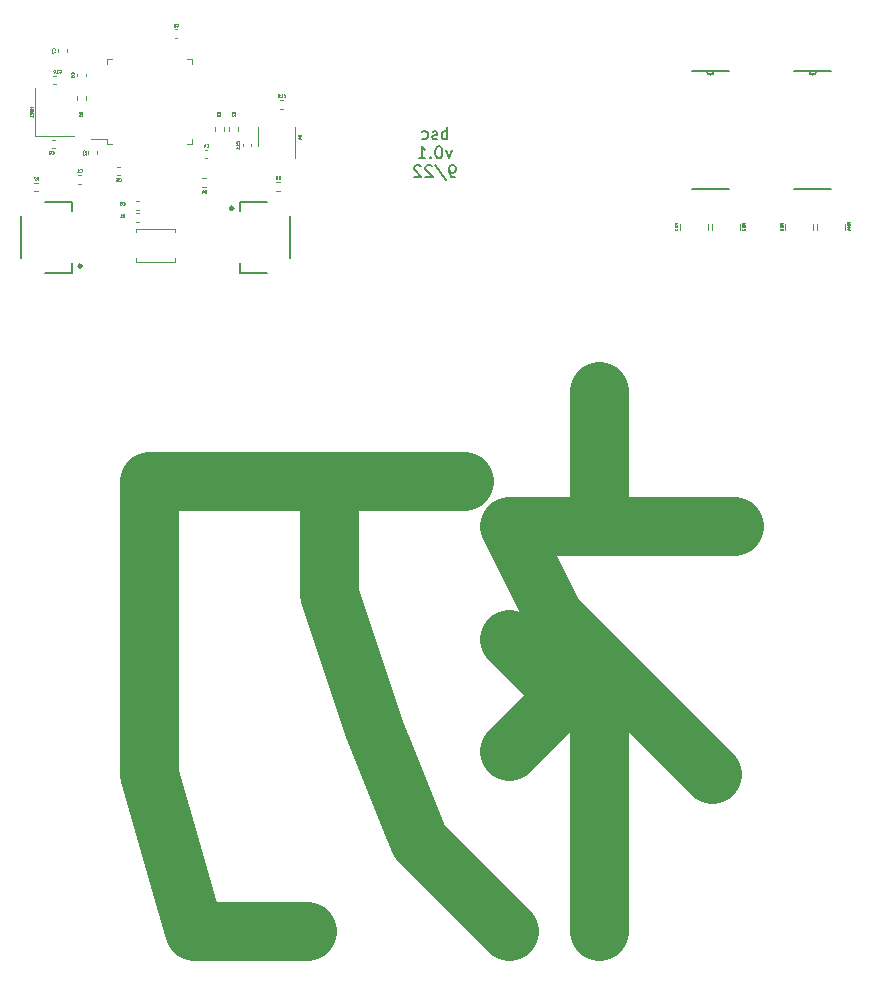
<source format=gbr>
%TF.GenerationSoftware,KiCad,Pcbnew,(6.0.7)*%
%TF.CreationDate,2022-09-25T11:51:51-07:00*%
%TF.ProjectId,ModularKeyboard_Main,4d6f6475-6c61-4724-9b65-79626f617264,0.1*%
%TF.SameCoordinates,Original*%
%TF.FileFunction,Legend,Bot*%
%TF.FilePolarity,Positive*%
%FSLAX46Y46*%
G04 Gerber Fmt 4.6, Leading zero omitted, Abs format (unit mm)*
G04 Created by KiCad (PCBNEW (6.0.7)) date 2022-09-25 11:51:51*
%MOMM*%
%LPD*%
G01*
G04 APERTURE LIST*
%ADD10C,0.150000*%
%ADD11C,5.000000*%
%ADD12C,0.062500*%
%ADD13C,0.120000*%
%ADD14C,0.152400*%
%ADD15C,0.127000*%
%ADD16C,0.300000*%
G04 APERTURE END LIST*
D10*
X178322619Y-64942380D02*
X178322619Y-63942380D01*
X178322619Y-64323333D02*
X178227380Y-64275714D01*
X178036904Y-64275714D01*
X177941666Y-64323333D01*
X177894047Y-64370952D01*
X177846428Y-64466190D01*
X177846428Y-64751904D01*
X177894047Y-64847142D01*
X177941666Y-64894761D01*
X178036904Y-64942380D01*
X178227380Y-64942380D01*
X178322619Y-64894761D01*
X177465476Y-64894761D02*
X177370238Y-64942380D01*
X177179761Y-64942380D01*
X177084523Y-64894761D01*
X177036904Y-64799523D01*
X177036904Y-64751904D01*
X177084523Y-64656666D01*
X177179761Y-64609047D01*
X177322619Y-64609047D01*
X177417857Y-64561428D01*
X177465476Y-64466190D01*
X177465476Y-64418571D01*
X177417857Y-64323333D01*
X177322619Y-64275714D01*
X177179761Y-64275714D01*
X177084523Y-64323333D01*
X176179761Y-64894761D02*
X176275000Y-64942380D01*
X176465476Y-64942380D01*
X176560714Y-64894761D01*
X176608333Y-64847142D01*
X176655952Y-64751904D01*
X176655952Y-64466190D01*
X176608333Y-64370952D01*
X176560714Y-64323333D01*
X176465476Y-64275714D01*
X176275000Y-64275714D01*
X176179761Y-64323333D01*
X178703571Y-65885714D02*
X178465476Y-66552380D01*
X178227380Y-65885714D01*
X177655952Y-65552380D02*
X177560714Y-65552380D01*
X177465476Y-65600000D01*
X177417857Y-65647619D01*
X177370238Y-65742857D01*
X177322619Y-65933333D01*
X177322619Y-66171428D01*
X177370238Y-66361904D01*
X177417857Y-66457142D01*
X177465476Y-66504761D01*
X177560714Y-66552380D01*
X177655952Y-66552380D01*
X177751190Y-66504761D01*
X177798809Y-66457142D01*
X177846428Y-66361904D01*
X177894047Y-66171428D01*
X177894047Y-65933333D01*
X177846428Y-65742857D01*
X177798809Y-65647619D01*
X177751190Y-65600000D01*
X177655952Y-65552380D01*
X176894047Y-66457142D02*
X176846428Y-66504761D01*
X176894047Y-66552380D01*
X176941666Y-66504761D01*
X176894047Y-66457142D01*
X176894047Y-66552380D01*
X175894047Y-66552380D02*
X176465476Y-66552380D01*
X176179761Y-66552380D02*
X176179761Y-65552380D01*
X176275000Y-65695238D01*
X176370238Y-65790476D01*
X176465476Y-65838095D01*
X178941666Y-68162380D02*
X178751190Y-68162380D01*
X178655952Y-68114761D01*
X178608333Y-68067142D01*
X178513095Y-67924285D01*
X178465476Y-67733809D01*
X178465476Y-67352857D01*
X178513095Y-67257619D01*
X178560714Y-67210000D01*
X178655952Y-67162380D01*
X178846428Y-67162380D01*
X178941666Y-67210000D01*
X178989285Y-67257619D01*
X179036904Y-67352857D01*
X179036904Y-67590952D01*
X178989285Y-67686190D01*
X178941666Y-67733809D01*
X178846428Y-67781428D01*
X178655952Y-67781428D01*
X178560714Y-67733809D01*
X178513095Y-67686190D01*
X178465476Y-67590952D01*
X177322619Y-67114761D02*
X178179761Y-68400476D01*
X177036904Y-67257619D02*
X176989285Y-67210000D01*
X176894047Y-67162380D01*
X176655952Y-67162380D01*
X176560714Y-67210000D01*
X176513095Y-67257619D01*
X176465476Y-67352857D01*
X176465476Y-67448095D01*
X176513095Y-67590952D01*
X177084523Y-68162380D01*
X176465476Y-68162380D01*
X176084523Y-67257619D02*
X176036904Y-67210000D01*
X175941666Y-67162380D01*
X175703571Y-67162380D01*
X175608333Y-67210000D01*
X175560714Y-67257619D01*
X175513095Y-67352857D01*
X175513095Y-67448095D01*
X175560714Y-67590952D01*
X176132142Y-68162380D01*
X175513095Y-68162380D01*
D11*
X191185714Y-86280952D02*
X191185714Y-95804761D01*
X191185714Y-109138095D02*
X191185714Y-131995238D01*
X191185714Y-109138095D02*
X183566666Y-116757142D01*
X183566666Y-107233333D02*
X187376190Y-111042857D01*
X202614285Y-97709523D02*
X183566666Y-97709523D01*
X187376190Y-105328571D01*
X200709523Y-118661904D01*
X168328571Y-93900000D02*
X168328571Y-103423809D01*
X172138095Y-114852380D01*
X175947619Y-124376190D01*
X183566666Y-131995238D01*
X179757142Y-93900000D02*
X153090476Y-93900000D01*
X153090476Y-118661904D01*
X156900000Y-131995238D01*
X166423809Y-131995238D01*
D12*
%TO.C,RN4*%
X212413095Y-72127380D02*
X212294047Y-72044047D01*
X212413095Y-71984523D02*
X212163095Y-71984523D01*
X212163095Y-72079761D01*
X212175000Y-72103571D01*
X212186904Y-72115476D01*
X212210714Y-72127380D01*
X212246428Y-72127380D01*
X212270238Y-72115476D01*
X212282142Y-72103571D01*
X212294047Y-72079761D01*
X212294047Y-71984523D01*
X212413095Y-72234523D02*
X212163095Y-72234523D01*
X212413095Y-72377380D01*
X212163095Y-72377380D01*
X212246428Y-72603571D02*
X212413095Y-72603571D01*
X212151190Y-72544047D02*
X212329761Y-72484523D01*
X212329761Y-72639285D01*
%TO.C,C7*%
X145089285Y-57408333D02*
X145101190Y-57396428D01*
X145113095Y-57360714D01*
X145113095Y-57336904D01*
X145101190Y-57301190D01*
X145077380Y-57277380D01*
X145053571Y-57265476D01*
X145005952Y-57253571D01*
X144970238Y-57253571D01*
X144922619Y-57265476D01*
X144898809Y-57277380D01*
X144875000Y-57301190D01*
X144863095Y-57336904D01*
X144863095Y-57360714D01*
X144875000Y-57396428D01*
X144886904Y-57408333D01*
X144863095Y-57491666D02*
X144863095Y-57658333D01*
X145113095Y-57551190D01*
%TO.C,R5*%
X147413095Y-62758333D02*
X147294047Y-62675000D01*
X147413095Y-62615476D02*
X147163095Y-62615476D01*
X147163095Y-62710714D01*
X147175000Y-62734523D01*
X147186904Y-62746428D01*
X147210714Y-62758333D01*
X147246428Y-62758333D01*
X147270238Y-62746428D01*
X147282142Y-62734523D01*
X147294047Y-62710714D01*
X147294047Y-62615476D01*
X147163095Y-62984523D02*
X147163095Y-62865476D01*
X147282142Y-62853571D01*
X147270238Y-62865476D01*
X147258333Y-62889285D01*
X147258333Y-62948809D01*
X147270238Y-62972619D01*
X147282142Y-62984523D01*
X147305952Y-62996428D01*
X147365476Y-62996428D01*
X147389285Y-62984523D01*
X147401190Y-62972619D01*
X147413095Y-62948809D01*
X147413095Y-62889285D01*
X147401190Y-62865476D01*
X147389285Y-62853571D01*
%TO.C,U4*%
X165663095Y-64559523D02*
X165865476Y-64559523D01*
X165889285Y-64571428D01*
X165901190Y-64583333D01*
X165913095Y-64607142D01*
X165913095Y-64654761D01*
X165901190Y-64678571D01*
X165889285Y-64690476D01*
X165865476Y-64702380D01*
X165663095Y-64702380D01*
X165746428Y-64928571D02*
X165913095Y-64928571D01*
X165651190Y-64869047D02*
X165829761Y-64809523D01*
X165829761Y-64964285D01*
%TO.C,C8*%
X150841666Y-70489285D02*
X150853571Y-70501190D01*
X150889285Y-70513095D01*
X150913095Y-70513095D01*
X150948809Y-70501190D01*
X150972619Y-70477380D01*
X150984523Y-70453571D01*
X150996428Y-70405952D01*
X150996428Y-70370238D01*
X150984523Y-70322619D01*
X150972619Y-70298809D01*
X150948809Y-70275000D01*
X150913095Y-70263095D01*
X150889285Y-70263095D01*
X150853571Y-70275000D01*
X150841666Y-70286904D01*
X150698809Y-70370238D02*
X150722619Y-70358333D01*
X150734523Y-70346428D01*
X150746428Y-70322619D01*
X150746428Y-70310714D01*
X150734523Y-70286904D01*
X150722619Y-70275000D01*
X150698809Y-70263095D01*
X150651190Y-70263095D01*
X150627380Y-70275000D01*
X150615476Y-70286904D01*
X150603571Y-70310714D01*
X150603571Y-70322619D01*
X150615476Y-70346428D01*
X150627380Y-70358333D01*
X150651190Y-70370238D01*
X150698809Y-70370238D01*
X150722619Y-70382142D01*
X150734523Y-70394047D01*
X150746428Y-70417857D01*
X150746428Y-70465476D01*
X150734523Y-70489285D01*
X150722619Y-70501190D01*
X150698809Y-70513095D01*
X150651190Y-70513095D01*
X150627380Y-70501190D01*
X150615476Y-70489285D01*
X150603571Y-70465476D01*
X150603571Y-70417857D01*
X150615476Y-70394047D01*
X150627380Y-70382142D01*
X150651190Y-70370238D01*
%TO.C,C3*%
X155391666Y-55389285D02*
X155403571Y-55401190D01*
X155439285Y-55413095D01*
X155463095Y-55413095D01*
X155498809Y-55401190D01*
X155522619Y-55377380D01*
X155534523Y-55353571D01*
X155546428Y-55305952D01*
X155546428Y-55270238D01*
X155534523Y-55222619D01*
X155522619Y-55198809D01*
X155498809Y-55175000D01*
X155463095Y-55163095D01*
X155439285Y-55163095D01*
X155403571Y-55175000D01*
X155391666Y-55186904D01*
X155308333Y-55163095D02*
X155153571Y-55163095D01*
X155236904Y-55258333D01*
X155201190Y-55258333D01*
X155177380Y-55270238D01*
X155165476Y-55282142D01*
X155153571Y-55305952D01*
X155153571Y-55365476D01*
X155165476Y-55389285D01*
X155177380Y-55401190D01*
X155201190Y-55413095D01*
X155272619Y-55413095D01*
X155296428Y-55401190D01*
X155308333Y-55389285D01*
%TO.C,R1*%
X150841666Y-71513095D02*
X150925000Y-71394047D01*
X150984523Y-71513095D02*
X150984523Y-71263095D01*
X150889285Y-71263095D01*
X150865476Y-71275000D01*
X150853571Y-71286904D01*
X150841666Y-71310714D01*
X150841666Y-71346428D01*
X150853571Y-71370238D01*
X150865476Y-71382142D01*
X150889285Y-71394047D01*
X150984523Y-71394047D01*
X150603571Y-71513095D02*
X150746428Y-71513095D01*
X150675000Y-71513095D02*
X150675000Y-71263095D01*
X150698809Y-71298809D01*
X150722619Y-71322619D01*
X150746428Y-71334523D01*
%TO.C,C2*%
X147689285Y-66058333D02*
X147701190Y-66046428D01*
X147713095Y-66010714D01*
X147713095Y-65986904D01*
X147701190Y-65951190D01*
X147677380Y-65927380D01*
X147653571Y-65915476D01*
X147605952Y-65903571D01*
X147570238Y-65903571D01*
X147522619Y-65915476D01*
X147498809Y-65927380D01*
X147475000Y-65951190D01*
X147463095Y-65986904D01*
X147463095Y-66010714D01*
X147475000Y-66046428D01*
X147486904Y-66058333D01*
X147486904Y-66153571D02*
X147475000Y-66165476D01*
X147463095Y-66189285D01*
X147463095Y-66248809D01*
X147475000Y-66272619D01*
X147486904Y-66284523D01*
X147510714Y-66296428D01*
X147534523Y-66296428D01*
X147570238Y-66284523D01*
X147713095Y-66141666D01*
X147713095Y-66296428D01*
%TO.C,HSE1*%
X143213095Y-62227380D02*
X142963095Y-62227380D01*
X143082142Y-62227380D02*
X143082142Y-62370238D01*
X143213095Y-62370238D02*
X142963095Y-62370238D01*
X143201190Y-62477380D02*
X143213095Y-62513095D01*
X143213095Y-62572619D01*
X143201190Y-62596428D01*
X143189285Y-62608333D01*
X143165476Y-62620238D01*
X143141666Y-62620238D01*
X143117857Y-62608333D01*
X143105952Y-62596428D01*
X143094047Y-62572619D01*
X143082142Y-62525000D01*
X143070238Y-62501190D01*
X143058333Y-62489285D01*
X143034523Y-62477380D01*
X143010714Y-62477380D01*
X142986904Y-62489285D01*
X142975000Y-62501190D01*
X142963095Y-62525000D01*
X142963095Y-62584523D01*
X142975000Y-62620238D01*
X143082142Y-62727380D02*
X143082142Y-62810714D01*
X143213095Y-62846428D02*
X143213095Y-62727380D01*
X142963095Y-62727380D01*
X142963095Y-62846428D01*
X143213095Y-63084523D02*
X143213095Y-62941666D01*
X143213095Y-63013095D02*
X142963095Y-63013095D01*
X142998809Y-62989285D01*
X143022619Y-62965476D01*
X143034523Y-62941666D01*
%TO.C,C11*%
X160689285Y-65289285D02*
X160701190Y-65277380D01*
X160713095Y-65241666D01*
X160713095Y-65217857D01*
X160701190Y-65182142D01*
X160677380Y-65158333D01*
X160653571Y-65146428D01*
X160605952Y-65134523D01*
X160570238Y-65134523D01*
X160522619Y-65146428D01*
X160498809Y-65158333D01*
X160475000Y-65182142D01*
X160463095Y-65217857D01*
X160463095Y-65241666D01*
X160475000Y-65277380D01*
X160486904Y-65289285D01*
X160713095Y-65527380D02*
X160713095Y-65384523D01*
X160713095Y-65455952D02*
X160463095Y-65455952D01*
X160498809Y-65432142D01*
X160522619Y-65408333D01*
X160534523Y-65384523D01*
X160713095Y-65765476D02*
X160713095Y-65622619D01*
X160713095Y-65694047D02*
X160463095Y-65694047D01*
X160498809Y-65670238D01*
X160522619Y-65646428D01*
X160534523Y-65622619D01*
%TO.C,C10*%
X145460714Y-59289285D02*
X145472619Y-59301190D01*
X145508333Y-59313095D01*
X145532142Y-59313095D01*
X145567857Y-59301190D01*
X145591666Y-59277380D01*
X145603571Y-59253571D01*
X145615476Y-59205952D01*
X145615476Y-59170238D01*
X145603571Y-59122619D01*
X145591666Y-59098809D01*
X145567857Y-59075000D01*
X145532142Y-59063095D01*
X145508333Y-59063095D01*
X145472619Y-59075000D01*
X145460714Y-59086904D01*
X145222619Y-59313095D02*
X145365476Y-59313095D01*
X145294047Y-59313095D02*
X145294047Y-59063095D01*
X145317857Y-59098809D01*
X145341666Y-59122619D01*
X145365476Y-59134523D01*
X145067857Y-59063095D02*
X145044047Y-59063095D01*
X145020238Y-59075000D01*
X145008333Y-59086904D01*
X144996428Y-59110714D01*
X144984523Y-59158333D01*
X144984523Y-59217857D01*
X144996428Y-59265476D01*
X145008333Y-59289285D01*
X145020238Y-59301190D01*
X145044047Y-59313095D01*
X145067857Y-59313095D01*
X145091666Y-59301190D01*
X145103571Y-59289285D01*
X145115476Y-59265476D01*
X145127380Y-59217857D01*
X145127380Y-59158333D01*
X145115476Y-59110714D01*
X145103571Y-59086904D01*
X145091666Y-59075000D01*
X145067857Y-59063095D01*
%TO.C,RN2*%
X203513095Y-72177380D02*
X203394047Y-72094047D01*
X203513095Y-72034523D02*
X203263095Y-72034523D01*
X203263095Y-72129761D01*
X203275000Y-72153571D01*
X203286904Y-72165476D01*
X203310714Y-72177380D01*
X203346428Y-72177380D01*
X203370238Y-72165476D01*
X203382142Y-72153571D01*
X203394047Y-72129761D01*
X203394047Y-72034523D01*
X203513095Y-72284523D02*
X203263095Y-72284523D01*
X203513095Y-72427380D01*
X203263095Y-72427380D01*
X203286904Y-72534523D02*
X203275000Y-72546428D01*
X203263095Y-72570238D01*
X203263095Y-72629761D01*
X203275000Y-72653571D01*
X203286904Y-72665476D01*
X203310714Y-72677380D01*
X203334523Y-72677380D01*
X203370238Y-72665476D01*
X203513095Y-72522619D01*
X203513095Y-72677380D01*
%TO.C,C12*%
X164460714Y-61389285D02*
X164472619Y-61401190D01*
X164508333Y-61413095D01*
X164532142Y-61413095D01*
X164567857Y-61401190D01*
X164591666Y-61377380D01*
X164603571Y-61353571D01*
X164615476Y-61305952D01*
X164615476Y-61270238D01*
X164603571Y-61222619D01*
X164591666Y-61198809D01*
X164567857Y-61175000D01*
X164532142Y-61163095D01*
X164508333Y-61163095D01*
X164472619Y-61175000D01*
X164460714Y-61186904D01*
X164222619Y-61413095D02*
X164365476Y-61413095D01*
X164294047Y-61413095D02*
X164294047Y-61163095D01*
X164317857Y-61198809D01*
X164341666Y-61222619D01*
X164365476Y-61234523D01*
X164127380Y-61186904D02*
X164115476Y-61175000D01*
X164091666Y-61163095D01*
X164032142Y-61163095D01*
X164008333Y-61175000D01*
X163996428Y-61186904D01*
X163984523Y-61210714D01*
X163984523Y-61234523D01*
X163996428Y-61270238D01*
X164139285Y-61413095D01*
X163984523Y-61413095D01*
%TO.C,C5*%
X150541666Y-68489285D02*
X150553571Y-68501190D01*
X150589285Y-68513095D01*
X150613095Y-68513095D01*
X150648809Y-68501190D01*
X150672619Y-68477380D01*
X150684523Y-68453571D01*
X150696428Y-68405952D01*
X150696428Y-68370238D01*
X150684523Y-68322619D01*
X150672619Y-68298809D01*
X150648809Y-68275000D01*
X150613095Y-68263095D01*
X150589285Y-68263095D01*
X150553571Y-68275000D01*
X150541666Y-68286904D01*
X150315476Y-68263095D02*
X150434523Y-68263095D01*
X150446428Y-68382142D01*
X150434523Y-68370238D01*
X150410714Y-68358333D01*
X150351190Y-68358333D01*
X150327380Y-68370238D01*
X150315476Y-68382142D01*
X150303571Y-68405952D01*
X150303571Y-68465476D01*
X150315476Y-68489285D01*
X150327380Y-68501190D01*
X150351190Y-68513095D01*
X150410714Y-68513095D01*
X150434523Y-68501190D01*
X150446428Y-68489285D01*
%TO.C,RN3*%
X206713095Y-72177380D02*
X206594047Y-72094047D01*
X206713095Y-72034523D02*
X206463095Y-72034523D01*
X206463095Y-72129761D01*
X206475000Y-72153571D01*
X206486904Y-72165476D01*
X206510714Y-72177380D01*
X206546428Y-72177380D01*
X206570238Y-72165476D01*
X206582142Y-72153571D01*
X206594047Y-72129761D01*
X206594047Y-72034523D01*
X206713095Y-72284523D02*
X206463095Y-72284523D01*
X206713095Y-72427380D01*
X206463095Y-72427380D01*
X206463095Y-72522619D02*
X206463095Y-72677380D01*
X206558333Y-72594047D01*
X206558333Y-72629761D01*
X206570238Y-72653571D01*
X206582142Y-72665476D01*
X206605952Y-72677380D01*
X206665476Y-72677380D01*
X206689285Y-72665476D01*
X206701190Y-72653571D01*
X206713095Y-72629761D01*
X206713095Y-72558333D01*
X206701190Y-72534523D01*
X206689285Y-72522619D01*
%TO.C,C1*%
X147241666Y-67689285D02*
X147253571Y-67701190D01*
X147289285Y-67713095D01*
X147313095Y-67713095D01*
X147348809Y-67701190D01*
X147372619Y-67677380D01*
X147384523Y-67653571D01*
X147396428Y-67605952D01*
X147396428Y-67570238D01*
X147384523Y-67522619D01*
X147372619Y-67498809D01*
X147348809Y-67475000D01*
X147313095Y-67463095D01*
X147289285Y-67463095D01*
X147253571Y-67475000D01*
X147241666Y-67486904D01*
X147003571Y-67713095D02*
X147146428Y-67713095D01*
X147075000Y-67713095D02*
X147075000Y-67463095D01*
X147098809Y-67498809D01*
X147122619Y-67522619D01*
X147146428Y-67534523D01*
%TO.C,R2*%
X160313095Y-62758333D02*
X160194047Y-62675000D01*
X160313095Y-62615476D02*
X160063095Y-62615476D01*
X160063095Y-62710714D01*
X160075000Y-62734523D01*
X160086904Y-62746428D01*
X160110714Y-62758333D01*
X160146428Y-62758333D01*
X160170238Y-62746428D01*
X160182142Y-62734523D01*
X160194047Y-62710714D01*
X160194047Y-62615476D01*
X160086904Y-62853571D02*
X160075000Y-62865476D01*
X160063095Y-62889285D01*
X160063095Y-62948809D01*
X160075000Y-62972619D01*
X160086904Y-62984523D01*
X160110714Y-62996428D01*
X160134523Y-62996428D01*
X160170238Y-62984523D01*
X160313095Y-62841666D01*
X160313095Y-62996428D01*
%TO.C,R6*%
X164041666Y-68313095D02*
X164125000Y-68194047D01*
X164184523Y-68313095D02*
X164184523Y-68063095D01*
X164089285Y-68063095D01*
X164065476Y-68075000D01*
X164053571Y-68086904D01*
X164041666Y-68110714D01*
X164041666Y-68146428D01*
X164053571Y-68170238D01*
X164065476Y-68182142D01*
X164089285Y-68194047D01*
X164184523Y-68194047D01*
X163827380Y-68063095D02*
X163875000Y-68063095D01*
X163898809Y-68075000D01*
X163910714Y-68086904D01*
X163934523Y-68122619D01*
X163946428Y-68170238D01*
X163946428Y-68265476D01*
X163934523Y-68289285D01*
X163922619Y-68301190D01*
X163898809Y-68313095D01*
X163851190Y-68313095D01*
X163827380Y-68301190D01*
X163815476Y-68289285D01*
X163803571Y-68265476D01*
X163803571Y-68205952D01*
X163815476Y-68182142D01*
X163827380Y-68170238D01*
X163851190Y-68158333D01*
X163898809Y-68158333D01*
X163922619Y-68170238D01*
X163934523Y-68182142D01*
X163946428Y-68205952D01*
%TO.C,C6*%
X146689285Y-59458333D02*
X146701190Y-59446428D01*
X146713095Y-59410714D01*
X146713095Y-59386904D01*
X146701190Y-59351190D01*
X146677380Y-59327380D01*
X146653571Y-59315476D01*
X146605952Y-59303571D01*
X146570238Y-59303571D01*
X146522619Y-59315476D01*
X146498809Y-59327380D01*
X146475000Y-59351190D01*
X146463095Y-59386904D01*
X146463095Y-59410714D01*
X146475000Y-59446428D01*
X146486904Y-59458333D01*
X146463095Y-59672619D02*
X146463095Y-59625000D01*
X146475000Y-59601190D01*
X146486904Y-59589285D01*
X146522619Y-59565476D01*
X146570238Y-59553571D01*
X146665476Y-59553571D01*
X146689285Y-59565476D01*
X146701190Y-59577380D01*
X146713095Y-59601190D01*
X146713095Y-59648809D01*
X146701190Y-59672619D01*
X146689285Y-59684523D01*
X146665476Y-59696428D01*
X146605952Y-59696428D01*
X146582142Y-59684523D01*
X146570238Y-59672619D01*
X146558333Y-59648809D01*
X146558333Y-59601190D01*
X146570238Y-59577380D01*
X146582142Y-59565476D01*
X146605952Y-59553571D01*
%TO.C,R3*%
X159113095Y-62758333D02*
X158994047Y-62675000D01*
X159113095Y-62615476D02*
X158863095Y-62615476D01*
X158863095Y-62710714D01*
X158875000Y-62734523D01*
X158886904Y-62746428D01*
X158910714Y-62758333D01*
X158946428Y-62758333D01*
X158970238Y-62746428D01*
X158982142Y-62734523D01*
X158994047Y-62710714D01*
X158994047Y-62615476D01*
X158863095Y-62841666D02*
X158863095Y-62996428D01*
X158958333Y-62913095D01*
X158958333Y-62948809D01*
X158970238Y-62972619D01*
X158982142Y-62984523D01*
X159005952Y-62996428D01*
X159065476Y-62996428D01*
X159089285Y-62984523D01*
X159101190Y-62972619D01*
X159113095Y-62948809D01*
X159113095Y-62877380D01*
X159101190Y-62853571D01*
X159089285Y-62841666D01*
%TO.C,R4*%
X157791666Y-69513095D02*
X157875000Y-69394047D01*
X157934523Y-69513095D02*
X157934523Y-69263095D01*
X157839285Y-69263095D01*
X157815476Y-69275000D01*
X157803571Y-69286904D01*
X157791666Y-69310714D01*
X157791666Y-69346428D01*
X157803571Y-69370238D01*
X157815476Y-69382142D01*
X157839285Y-69394047D01*
X157934523Y-69394047D01*
X157577380Y-69346428D02*
X157577380Y-69513095D01*
X157636904Y-69251190D02*
X157696428Y-69429761D01*
X157541666Y-69429761D01*
%TO.C,C9*%
X144841666Y-66189285D02*
X144853571Y-66201190D01*
X144889285Y-66213095D01*
X144913095Y-66213095D01*
X144948809Y-66201190D01*
X144972619Y-66177380D01*
X144984523Y-66153571D01*
X144996428Y-66105952D01*
X144996428Y-66070238D01*
X144984523Y-66022619D01*
X144972619Y-65998809D01*
X144948809Y-65975000D01*
X144913095Y-65963095D01*
X144889285Y-65963095D01*
X144853571Y-65975000D01*
X144841666Y-65986904D01*
X144722619Y-66213095D02*
X144675000Y-66213095D01*
X144651190Y-66201190D01*
X144639285Y-66189285D01*
X144615476Y-66153571D01*
X144603571Y-66105952D01*
X144603571Y-66010714D01*
X144615476Y-65986904D01*
X144627380Y-65975000D01*
X144651190Y-65963095D01*
X144698809Y-65963095D01*
X144722619Y-65975000D01*
X144734523Y-65986904D01*
X144746428Y-66010714D01*
X144746428Y-66070238D01*
X144734523Y-66094047D01*
X144722619Y-66105952D01*
X144698809Y-66117857D01*
X144651190Y-66117857D01*
X144627380Y-66105952D01*
X144615476Y-66094047D01*
X144603571Y-66070238D01*
%TO.C,R7*%
X143541666Y-68413095D02*
X143625000Y-68294047D01*
X143684523Y-68413095D02*
X143684523Y-68163095D01*
X143589285Y-68163095D01*
X143565476Y-68175000D01*
X143553571Y-68186904D01*
X143541666Y-68210714D01*
X143541666Y-68246428D01*
X143553571Y-68270238D01*
X143565476Y-68282142D01*
X143589285Y-68294047D01*
X143684523Y-68294047D01*
X143458333Y-68163095D02*
X143291666Y-68163095D01*
X143398809Y-68413095D01*
%TO.C,RN1*%
X197813095Y-72177380D02*
X197694047Y-72094047D01*
X197813095Y-72034523D02*
X197563095Y-72034523D01*
X197563095Y-72129761D01*
X197575000Y-72153571D01*
X197586904Y-72165476D01*
X197610714Y-72177380D01*
X197646428Y-72177380D01*
X197670238Y-72165476D01*
X197682142Y-72153571D01*
X197694047Y-72129761D01*
X197694047Y-72034523D01*
X197813095Y-72284523D02*
X197563095Y-72284523D01*
X197813095Y-72427380D01*
X197563095Y-72427380D01*
X197813095Y-72677380D02*
X197813095Y-72534523D01*
X197813095Y-72605952D02*
X197563095Y-72605952D01*
X197598809Y-72582142D01*
X197622619Y-72558333D01*
X197634523Y-72534523D01*
%TO.C,C4*%
X157941666Y-65589285D02*
X157953571Y-65601190D01*
X157989285Y-65613095D01*
X158013095Y-65613095D01*
X158048809Y-65601190D01*
X158072619Y-65577380D01*
X158084523Y-65553571D01*
X158096428Y-65505952D01*
X158096428Y-65470238D01*
X158084523Y-65422619D01*
X158072619Y-65398809D01*
X158048809Y-65375000D01*
X158013095Y-65363095D01*
X157989285Y-65363095D01*
X157953571Y-65375000D01*
X157941666Y-65386904D01*
X157727380Y-65446428D02*
X157727380Y-65613095D01*
X157786904Y-65351190D02*
X157846428Y-65529761D01*
X157691666Y-65529761D01*
D13*
%TO.C,RN4*%
X209620000Y-72600000D02*
X209620000Y-72100000D01*
X211980000Y-72600000D02*
X211980000Y-72100000D01*
%TO.C,C7*%
X146110000Y-57557836D02*
X146110000Y-57342164D01*
X145390000Y-57557836D02*
X145390000Y-57342164D01*
%TO.C,R5*%
X147730000Y-61296359D02*
X147730000Y-61603641D01*
X146970000Y-61296359D02*
X146970000Y-61603641D01*
D14*
%TO.C,U3*%
X210833330Y-69203800D02*
X207683730Y-69203800D01*
X209563330Y-59196200D02*
X210833330Y-59196200D01*
X207683730Y-59196200D02*
X208953730Y-59196200D01*
X208953730Y-59196200D02*
X209563330Y-59196200D01*
X208953730Y-59196200D02*
G75*
G03*
X209563330Y-59196200I304800J0D01*
G01*
D13*
%TO.C,U4*%
X162290000Y-64750000D02*
X162290000Y-65550000D01*
X162290000Y-64750000D02*
X162290000Y-63950000D01*
X165410000Y-64750000D02*
X165410000Y-66550000D01*
X165410000Y-64750000D02*
X165410000Y-63950000D01*
%TO.C,C8*%
X151992164Y-70910000D02*
X152207836Y-70910000D01*
X151992164Y-70190000D02*
X152207836Y-70190000D01*
%TO.C,C3*%
X155457836Y-56360000D02*
X155242164Y-56360000D01*
X155457836Y-55640000D02*
X155242164Y-55640000D01*
%TO.C,R1*%
X152263641Y-71980000D02*
X151956359Y-71980000D01*
X152263641Y-71220000D02*
X151956359Y-71220000D01*
%TO.C,U2*%
X149940000Y-58140000D02*
X149490000Y-58140000D01*
X156260000Y-65360000D02*
X156710000Y-65360000D01*
X149490000Y-65360000D02*
X149490000Y-64910000D01*
X156260000Y-58140000D02*
X156710000Y-58140000D01*
X149940000Y-65360000D02*
X149490000Y-65360000D01*
X149490000Y-64910000D02*
X148200000Y-64910000D01*
X156710000Y-58140000D02*
X156710000Y-58590000D01*
X156710000Y-65360000D02*
X156710000Y-64910000D01*
X149490000Y-58140000D02*
X149490000Y-58590000D01*
%TO.C,C2*%
X147940000Y-65992164D02*
X147940000Y-66207836D01*
X148660000Y-65992164D02*
X148660000Y-66207836D01*
%TO.C,HSE1*%
X143400000Y-64650000D02*
X143400000Y-60650000D01*
X146700000Y-64650000D02*
X143400000Y-64650000D01*
%TO.C,C11*%
X160990000Y-65557836D02*
X160990000Y-65342164D01*
X161710000Y-65557836D02*
X161710000Y-65342164D01*
%TO.C,C10*%
X145157836Y-60310000D02*
X144942164Y-60310000D01*
X145157836Y-59590000D02*
X144942164Y-59590000D01*
%TO.C,RN2*%
X203080000Y-72600000D02*
X203080000Y-72100000D01*
X200720000Y-72600000D02*
X200720000Y-72100000D01*
%TO.C,C12*%
X164192164Y-61640000D02*
X164407836Y-61640000D01*
X164192164Y-62360000D02*
X164407836Y-62360000D01*
%TO.C,C5*%
X150392164Y-67290000D02*
X150607836Y-67290000D01*
X150392164Y-68010000D02*
X150607836Y-68010000D01*
%TO.C,RN3*%
X209280000Y-72600000D02*
X209280000Y-72100000D01*
X206920000Y-72600000D02*
X206920000Y-72100000D01*
%TO.C,C1*%
X147307836Y-68710000D02*
X147092164Y-68710000D01*
X147307836Y-67990000D02*
X147092164Y-67990000D01*
%TO.C,R2*%
X160630000Y-63946359D02*
X160630000Y-64253641D01*
X159870000Y-63946359D02*
X159870000Y-64253641D01*
%TO.C,R6*%
X163846359Y-68570000D02*
X164153641Y-68570000D01*
X163846359Y-69330000D02*
X164153641Y-69330000D01*
D15*
%TO.C,J5*%
X160775000Y-70250000D02*
X163050000Y-70250000D01*
X160775000Y-71050000D02*
X160775000Y-70250000D01*
X160775000Y-75450000D02*
X160775000Y-76250000D01*
X165025000Y-71450000D02*
X165025000Y-75050000D01*
X160775000Y-76250000D02*
X163050000Y-76250000D01*
D16*
X160165000Y-70800000D02*
G75*
G03*
X160165000Y-70800000I-100000J0D01*
G01*
D13*
%TO.C,C6*%
X146990000Y-59607836D02*
X146990000Y-59392164D01*
X147710000Y-59607836D02*
X147710000Y-59392164D01*
%TO.C,R3*%
X158670000Y-63946359D02*
X158670000Y-64253641D01*
X159430000Y-63946359D02*
X159430000Y-64253641D01*
%TO.C,SW16*%
X155250000Y-75025000D02*
X155250000Y-75325000D01*
X155250000Y-72825000D02*
X155250000Y-72525000D01*
X151950000Y-72525000D02*
X151950000Y-72825000D01*
X151950000Y-75325000D02*
X151950000Y-75025000D01*
X155250000Y-72525000D02*
X151950000Y-72525000D01*
X155250000Y-75325000D02*
X151950000Y-75325000D01*
%TO.C,R4*%
X157596359Y-69030000D02*
X157903641Y-69030000D01*
X157596359Y-68270000D02*
X157903641Y-68270000D01*
%TO.C,C9*%
X144892164Y-65710000D02*
X145107836Y-65710000D01*
X144892164Y-64990000D02*
X145107836Y-64990000D01*
%TO.C,R7*%
X143653641Y-68620000D02*
X143346359Y-68620000D01*
X143653641Y-69380000D02*
X143346359Y-69380000D01*
%TO.C,RN1*%
X200380000Y-72600000D02*
X200380000Y-72100000D01*
X198020000Y-72600000D02*
X198020000Y-72100000D01*
D15*
%TO.C,J6*%
X142275000Y-75050000D02*
X142275000Y-71450000D01*
X146525000Y-75450000D02*
X146525000Y-76250000D01*
X146525000Y-71050000D02*
X146525000Y-70250000D01*
X146525000Y-76250000D02*
X144250000Y-76250000D01*
X146525000Y-70250000D02*
X144250000Y-70250000D01*
D16*
X147335000Y-75700000D02*
G75*
G03*
X147335000Y-75700000I-100000J0D01*
G01*
D13*
%TO.C,C4*%
X158007836Y-65840000D02*
X157792164Y-65840000D01*
X158007836Y-66560000D02*
X157792164Y-66560000D01*
D14*
%TO.C,U1*%
X200295200Y-59196200D02*
X200904800Y-59196200D01*
X202174800Y-69203800D02*
X199025200Y-69203800D01*
X199025200Y-59196200D02*
X200295200Y-59196200D01*
X200904800Y-59196200D02*
X202174800Y-59196200D01*
X200295200Y-59196200D02*
G75*
G03*
X200904800Y-59196200I304800J0D01*
G01*
%TD*%
M02*

</source>
